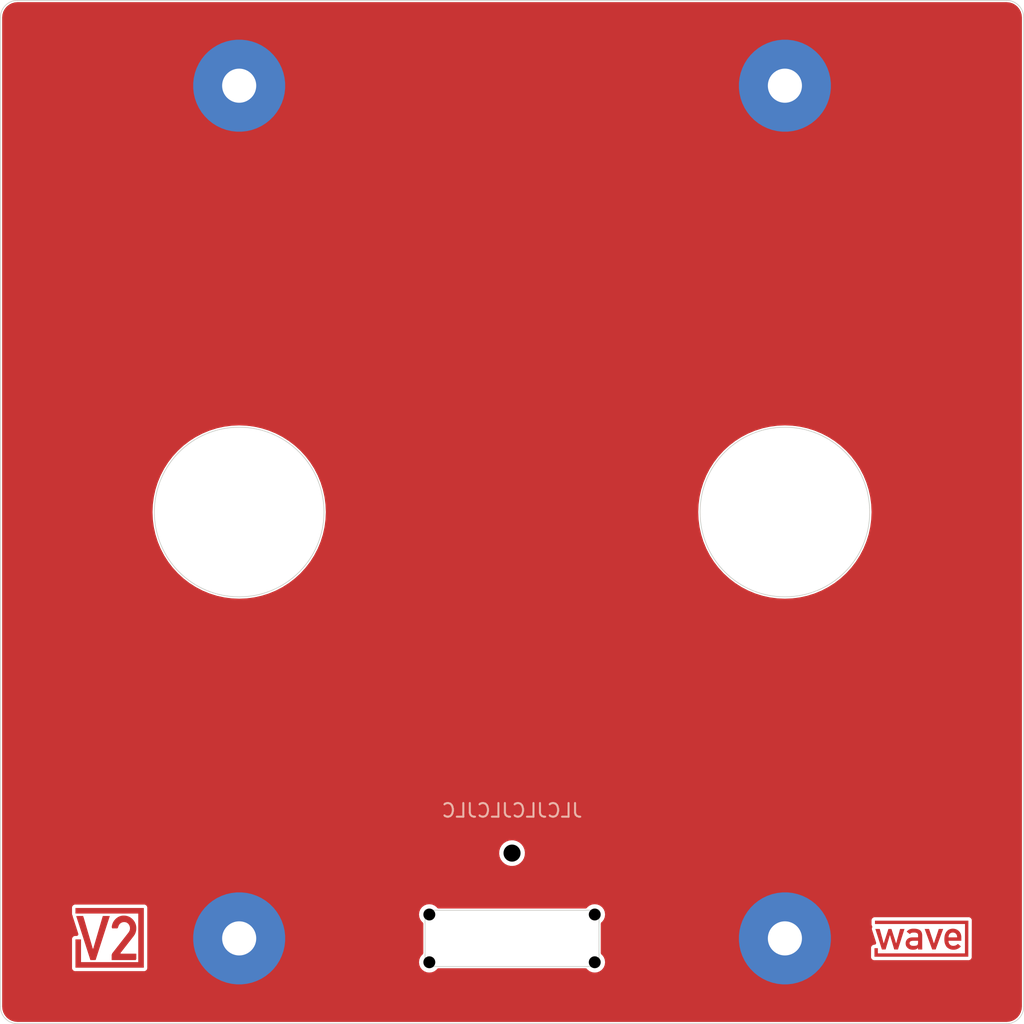
<source format=kicad_pcb>
(kicad_pcb (version 20221018) (generator pcbnew)
  (layers (0 "F.Cu" signal "Front") (31 "B.Cu" signal "Back") (34 "B.Paste" user) (35 "F.Paste" user) (36 "B.SilkS" user "B.Silkscreen") (37 "F.SilkS" user "F.Silkscreen") (38 "B.Mask" user) (39 "F.Mask" user) (44 "Edge.Cuts" user))
  (property "Order-Number" "JLCJLCJLCJLC")
  (net 0 "")
  (net 1 "GND")
  (footprint "V2_Mechanical:Mounting_Hole_2mm_Pad_5.2mm" (layer "F.Cu") (at 163 110)
    (fp_text reference "H101" hide)
    (fp_text value "MountingHole_2mm_Pad_5.2mm" hide)
    (pad "1" thru_hole custom (at 0 0) (size 5.4 5.4) (drill 2) (layers "*.Cu" "*.Mask") (net 1 "GND") (options (clearance outline) (anchor circle)) (primitives (gr_bbox (start -0.75 -0.75) (end 0.75 0.75) (width 0.000001) (fill none))))
  )
  (footprint "V2_Artwork:Board_wave_Small" (layer "F.Cu") (at 171 110)
    (fp_text reference "ICON101" hide)
    (fp_text value "Board_wave" hide)
    (fp_poly (pts (xy 0.736027 0.290506) (xy 0.740525 0.290506) (xy 1.0231 -0.554838) (xy 1.281333 -0.554838) (xy 0.838156 0.651927) (xy 0.638131 0.651927) (xy 0.195219 -0.554838) (xy 0.452129 -0.554838)) (fill solid) (layer "F.Cu"))
    (fp_poly (pts (xy 2.754533 1.077113) (xy -2.747477 1.077113) (xy -2.747477 0.574669) (xy -2.54904 0.574669) (xy -2.54904 0.878675) (xy 2.55636 0.878675) (xy 2.5598 -0.840588) (xy -2.719166 -0.840588) (xy -2.719166 -1.039025) (xy 2.758767 -1.039025)) (fill solid) (layer "F.Cu"))
    (fp_poly (pts (xy -2.207992 0.290506) (xy -2.203494 0.290506) (xy -1.929121 -0.554838) (xy -1.753437 -0.554838) (xy -1.479065 0.290506) (xy -1.474302 0.290506) (xy -1.244115 -0.554838) (xy -0.987204 -0.554838) (xy -1.372173 0.651927) (xy -1.587279 0.651927) (xy -1.839427 -0.193152) (xy -1.844189 -0.193152) (xy -2.096602 0.651927) (xy -2.310385 0.651927) (xy -2.696412 -0.554838) (xy -2.439502 -0.554838)) (fill solid) (layer "F.Cu"))
    (fp_poly (pts (xy 1.87314 -0.569109) (xy 1.898242 -0.567277) (xy 1.922846 -0.56442) (xy 1.946954 -0.560538) (xy 1.970564 -0.555632) (xy 1.993676 -0.549701) (xy 2.01629 -0.542745) (xy 2.038405 -0.534762) (xy 2.060021 -0.525753) (xy 2.081137 -0.515718) (xy 2.101753 -0.504655) (xy 2.121869 -0.492565) (xy 2.141484 -0.479447) (xy 2.160598 -0.465301) (xy 2.17921 -0.450127) (xy 2.197321 -0.433923) (xy 2.214966 -0.41651) (xy 2.231489 -0.398302) (xy 2.246891 -0.379299) (xy 2.261172 -0.359501) (xy 2.274332 -0.338905) (xy 2.286371 -0.317511) (xy 2.29729 -0.29532) (xy 2.307089 -0.272329) (xy 2.31577 -0.248538) (xy 2.323331 -0.223946) (xy 2.329773 -0.198553) (xy 2.335098 -0.172358) (xy 2.339305 -0.145359) (xy 2.342394 -0.117557) (xy 2.344367 -0.08895) (xy 2.345223 -0.059538) (xy 2.345223 0.140488) (xy 1.592747 0.140488) (xy 1.593075 0.158372) (xy 1.594061 0.175711) (xy 1.595703 0.192505) (xy 1.598001 0.208754) (xy 1.600955 0.224459) (xy 1.604564 0.239621) (xy 1.608829 0.254239) (xy 1.613748 0.268314) (xy 1.619321 0.281847) (xy 1.625548 0.294837) (xy 1.632429 0.307286) (xy 1.639962 0.319193) (xy 1.648148 0.330559) (xy 1.656987 0.341384) (xy 1.666478 0.351669) (xy 1.67662 0.361415) (xy 1.686535 0.370691) (xy 1.696835 0.379373) (xy 1.707518 0.387458) (xy 1.718585 0.394946) (xy 1.730035 0.401838) (xy 1.741867 0.408133) (xy 1.754081 0.413829) (xy 1.766677 0.418928) (xy 1.779655 0.423429) (xy 1.793013 0.42733) (xy 1.806752 0.430633) (xy 1.820871 0.433336) (xy 1.83537 0.435439) (xy 1.850249 0.436941) (xy 1.865506 0.437843) (xy 1.881143 0.438144) (xy 1.899476 0.437685) (xy 1.917568 0.436308) (xy 1.935417 0.434014) (xy 1.953022 0.430802) (xy 1.970385 0.426672) (xy 1.987504 0.421624) (xy 2.004378 0.415658) (xy 2.021008 0.408775) (xy 2.037393 0.400974) (xy 2.053532 0.392255) (xy 2.069426 0.382618) (xy 2.085074 0.372064) (xy 2.100475 0.360592) (xy 2.11563 0.348202) (xy 2.130537 0.334894) (xy 2.145196 0.320669) (xy 2.320615 0.470687) (xy 2.297246 0.494612) (xy 2.273374 0.516973) (xy 2.248998 0.537772) (xy 2.224117 0.557008) (xy 2.198731 0.574681) (xy 2.172838 0.590792) (xy 2.146439 0.60534) (xy 2.119532 0.618325) (xy 2.092116 0.629748) (xy 2.064192 0.639607) (xy 2.035757 0.647905) (xy 2.006811 0.654639) (xy 1.977354 0.659811) (xy 1.947384 0.66342) (xy 1.916902 0.665466) (xy 1.885905 0.66595) (xy 1.862155 0.665516) (xy 1.838536 0.664214) (xy 1.815054 0.662043) (xy 1.791713 0.659005) (xy 1.768522 0.655098) (xy 1.745486 0.650323) (xy 1.722611 0.64468) (xy 1.699903 0.638169) (xy 1.688542 0.634226) (xy 1.677277 0.629942) (xy 1.666105 0.625323) (xy 1.655023 0.620376) (xy 1.644028 0.615106) (xy 1.633116 0.609519) (xy 1.622286 0.603623) (xy 1.611532 0.597423) (xy 1.600221 0.591705) (xy 1.589109 0.585666) (xy 1.578195 0.579303) (xy 1.567479 0.572618) (xy 1.556962 0.565611) (xy 1.546644 0.558281) (xy 1.536523 0.550629) (xy 1.526601 0.542654) (xy 1.517095 0.534013) (xy 1.507823 0.524956) (xy 1.498786 0.515482) (xy 1.489981 0.505592) (xy 1.48141 0.495285) (xy 1.47307 0.48456) (xy 1.464961 0.473418) (xy 1.457082 0.461857) (xy 1.449433 0.449878) (xy 1.442012 0.43748) (xy 1.43482 0.424662) (xy 1.427854 0.411425) (xy 1.421115 0.397768) (xy 1.414601 0.38369) (xy 1.408312 0.369191) (xy 1.402247 0.354271) (xy 1.395904 0.339466) (xy 1.389969 0.32412) (xy 1.384444 0.308233) (xy 1.379328 0.291804) (xy 1.374621 0.274833) (xy 1.370324 0.257319) (xy 1.366436 0.23926) (xy 1.362957 0.220656) (xy 1.359887 0.201507) (xy 1.357227 0.181811) (xy 1.354976 0.161568) (xy 1.353134 0.140777) (xy 1.350678 0.097548) (xy 1.34986 0.052117) (xy 1.350037 0.029979) (xy 1.350567 0.008312) (xy 1.35145 -0.012884) (xy 1.352688 -0.033608) (xy 1.354278 -0.053861) (xy 1.354836 -0.059538) (xy 1.592748 -0.059538) (xy 2.10207 -0.059538) (xy 2.101218 -0.076879) (xy 2.09985 -0.093681) (xy 2.097967 -0.109944) (xy 2.095568 -0.125667) (xy 2.092652 -0.14085) (xy 2.08922 -0.155494) (xy 2.085271 -0.169599) (xy 2.080805 -0.183164) (xy 2.07582 -0.19619) (xy 2.070318 -0.208676) (xy 2.064297 -0.220622) (xy 2.057757 -0.232029) (xy 2.050698 -0.242897) (xy 2.043119 -0.253225) (xy 2.035019 -0.263013) (xy 2.0264 -0.272263) (xy 2.01756 -0.280578) (xy 2.008405 -0.28836) (xy 1.998935 -0.295608) (xy 1.989151 -0.302322) (xy 1.979054 -0.3085) (xy 1.968645 -0.314144) (xy 1.957924 -0.319251) (xy 1.946892 -0.323823) (xy 1.93555 -0.327859) (xy 1.923899 -0.331357) (xy 1.91194 -0.334318) (xy 1.899672 -0.336742) (xy 1.887098 -0.338628) (xy 1.874218 -0.339976) (xy 1.861032 -0.340784) (xy 1.847541 -0.341054) (xy 1.834007 -0.340784) (xy 1.820788 -0.339976) (xy 1.807884 -0.338628) (xy 1.795294 -0.336742) (xy 1.783017 -0.334318) (xy 1.771053 -0.331357) (xy 1.7594 -0.327859) (xy 1.748058 -0.323823) (xy 1.737026 -0.319251) (xy 1.726303 -0.314144) (xy 1.715889 -0.3085) (xy 1.705782 -0.302322) (xy 1.695983 -0.295608) (xy 1.68649 -0.28836) (xy 1.677302 -0.280578) (xy 1.668418 -0.272263) (xy 1.660078 -0.263013) (xy 1.652221 -0.253225) (xy 1.644846 -0.242897) (xy 1.637954 -0.232029) (xy 1.631545 -0.220622) (xy 1.625617 -0.208676) (xy 1.62017 -0.19619) (xy 1.615204 -0.183164) (xy 1.610719 -0.169599) (xy 1.606714 -0.155494) (xy 1.603189 -0.14085) (xy 1.600144 -0.125667) (xy 1.597577 -0.109944) (xy 1.595489 -0.093681) (xy 1.593879 -0.076879) (xy 1.592748 -0.059538) (xy 1.354836 -0.059538) (xy 1.356222 -0.073643) (xy 1.35852 -0.092954) (xy 1.361171 -0.111793) (xy 1.364175 -0.130161) (xy 1.367533 -0.148057) (xy 1.371245 -0.165482) (xy 1.375309 -0.182436) (xy 1.379728 -0.198919) (xy 1.3845 -0.214931) (xy 1.389625 -0.230471) (xy 1.395104 -0.24554) (xy 1.400905 -0.260469) (xy 1.406899 -0.274996) (xy 1.413087 -0.28912) (xy 1.41947 -0.302843) (xy 1.426048 -0.316163) (xy 1.432822 -0.329083) (xy 1.439793 -0.341602) (xy 1.446962 -0.353721) (xy 1.454329 -0.36544) (xy 1.461895 -0.376759) (xy 1.469662 -0.387679) (xy 1.477629 -0.3982) (xy 1.485798 -0.408323) (xy 1.494169 -0.418047) (xy 1.502743 -0.427374) (xy 1.51152 -0.436304) (xy 1.520571 -0.445026) (xy 1.529764 -0.453433) (xy 1.539098 -0.461526) (xy 1.548574 -0.469307) (xy 1.558191 -0.476775) (xy 1.567949 -0.483934) (xy 1.577847 -0.490783) (xy 1.587886 -0.497324) (xy 1.598063 -0.503558) (xy 1.60838 -0.509486) (xy 1.618835 -0.515109) (xy 1.629429 -0.520429) (xy 1.640161 -0.525447) (xy 1.651031 -0.530164) (xy 1.662037 -0.53458) (xy 1.673181 -0.538698) (xy 1.695182 -0.546041) (xy 1.706163 -0.549341) (xy 1.717131 -0.552394) (xy 1.728084 -0.555201) (xy 1.739023 -0.557762) (xy 1.749948 -0.560077) (xy 1.760857 -0.562147) (xy 1.771751 -0.563971) (xy 1.782629 -0.565552) (xy 1.793491 -0.566888) (xy 1.804336 -0.56798) (xy 1.815164 -0.568829) (xy 1.825974 -0.569435) (xy 1.836767 -0.569798) (xy 1.847541 -0.569919)) (fill solid) (layer "F.Cu"))
    (fp_poly (pts (xy -0.421981 -0.569863) (xy -0.394575 -0.5691) (xy -0.367884 -0.567629) (xy -0.341906 -0.56545) (xy -0.316643 -0.562562) (xy -0.292096 -0.558966) (xy -0.268264 -0.55466) (xy -0.245147 -0.549645) (xy -0.222747 -0.54392) (xy -0.201064 -0.537484) (xy -0.180097 -0.530338) (xy -0.159848 -0.52248) (xy -0.140317 -0.513911) (xy -0.121504 -0.504629) (xy -0.103409 -0.494636) (xy -0.086033 -0.483929) (xy -0.069585 -0.472107) (xy -0.054173 -0.459262) (xy -0.039798 -0.445394) (xy -0.026461 -0.430504) (xy -0.014162 -0.414593) (xy -0.002904 -0.39766) (xy 0.007315 -0.379707) (xy 0.016493 -0.360733) (xy 0.024629 -0.340739) (xy 0.031722 -0.319725) (xy 0.037772 -0.297692) (xy 0.042777 -0.27464) (xy 0.046738 -0.250569) (xy 0.049653 -0.22548) (xy 0.051522 -0.199374) (xy 0.052344 -0.17225) (xy 0.052344 0.651927) (xy -0.190808 0.651927) (xy -0.190808 0.545035) (xy -0.195306 0.545035) (xy -0.199669 0.552601) (xy -0.204323 0.559917) (xy -0.209268 0.566984) (xy -0.214505 0.5738) (xy -0.220034 0.580366) (xy -0.225853 0.586679) (xy -0.231965 0.59274) (xy -0.238367 0.598547) (xy -0.245061 0.6041) (xy -0.252047 0.609398) (xy -0.259324 0.614441) (xy -0.266893 0.619226) (xy -0.274753 0.623754) (xy -0.282904 0.628025) (xy -0.291347 0.632036) (xy -0.300081 0.635787) (xy -0.30902 0.63944) (xy -0.318375 0.642857) (xy -0.328145 0.646038) (xy -0.33833 0.648983) (xy -0.348931 0.651693) (xy -0.359947 0.654168) (xy -0.371379 0.656406) (xy -0.383227 0.658409) (xy -0.408168 0.661708) (xy -0.434771 0.664065) (xy -0.463036 0.665479) (xy -0.492963 0.66595) (xy -0.5179 0.665255) (xy -0.542113 0.663766) (xy -0.565598 0.661482) (xy -0.588357 0.658401) (xy -0.610389 0.654524) (xy -0.631694 0.649849) (xy -0.65227 0.644375) (xy -0.672119 0.638102) (xy -0.691238 0.63103) (xy -0.709629 0.623157) (xy -0.72729 0.614482) (xy -0.744222 0.605005) (xy -0.760423 0.594725) (xy -0.775894 0.583641) (xy -0.790633 0.571752) (xy -0.804642 0.559058) (xy -0.818579 0.546036) (xy -0.831617 0.532567) (xy -0.843756 0.518653) (xy -0.854995 0.504294) (xy -0.865336 0.489489) (xy -0.874777 0.47424) (xy -0.883319 0.458547) (xy -0.890962 0.44241) (xy -0.897706 0.42583) (xy -0.90355 0.408807) (xy -0.908496 0.391341) (xy -0.912542 0.373432) (xy -0.915689 0.355082) (xy -0.917937 0.336291) (xy -0.919286 0.317059) (xy -0.919735 0.297385) (xy -0.919494 0.285744) (xy -0.690871 0.285744) (xy -0.690657 0.293362) (xy -0.690015 0.300837) (xy -0.688945 0.30817) (xy -0.687448 0.31536) (xy -0.685522 0.322408) (xy -0.683169 0.329313) (xy -0.680388 0.336075) (xy -0.677179 0.342695) (xy -0.673542 0.349172) (xy -0.669477 0.355507) (xy -0.664984 0.361699) (xy -0.660063 0.367748) (xy -0.654715 0.373655) (xy -0.648938 0.379419) (xy -0.642734 0.38504) (xy -0.636102 0.390519) (xy -0.629287 0.396286) (xy -0.621938 0.401681) (xy -0.614055 0.406704) (xy -0.605638 0.411355) (xy -0.596685 0.415633) (xy -0.587198 0.41954) (xy -0.577175 0.423075) (xy -0.566616 0.426237) (xy -0.55552 0.429028) (xy -0.543888 0.431446) (xy -0.531719 0.433493) (xy -0.519012 0.435167) (xy -0.505767 0.436469) (xy -0.491983 0.437399) (xy -0.477661 0.437958) (xy -0.4628 0.438144) (xy -0.4441 0.43828) (xy -0.426101 0.438095) (xy -0.408803 0.437589) (xy -0.392206 0.436763) (xy -0.376309 0.435617) (xy -0.361113 0.434153) (xy -0.346618 0.432371) (xy -0.332823 0.430272) (xy -0.31973 0.427857) (xy -0.307337 0.425126) (xy -0.295644 0.422081) (xy -0.284653 0.418722) (xy -0.274362 0.415049) (xy -0.264772 0.411064) (xy -0.255882 0.406768) (xy -0.247694 0.40216) (xy -0.24082 0.396967) (xy -0.234386 0.391011) (xy -0.228394 0.384292) (xy -0.222843 0.37681) (xy -0.217735 0.368565) (xy -0.213068 0.359558) (xy -0.208844 0.349788) (xy -0.205063 0.339256) (xy -0.201725 0.32796) (xy -0.198831 0.315902) (xy -0.196381 0.303081) (xy -0.194376 0.289497) (xy -0.192816 0.275151) (xy -0.191701 0.260042) (xy -0.191031 0.24417) (xy -0.190808 0.227535) (xy -0.190808 0.140488) (xy -0.481585 0.140488) (xy -0.50719 0.141613) (xy -0.519365 0.142573) (xy -0.531121 0.143799) (xy -0.542459 0.145289) (xy -0.55338 0.147045) (xy -0.563882 0.149066) (xy -0.573966 0.151352) (xy -0.583633 0.153903) (xy -0.592881 0.156719) (xy -0.601713 0.1598) (xy -0.610126 0.163147) (xy -0.618122 0.166758) (xy -0.625701 0.170634) (xy -0.632863 0.174776) (xy -0.639608 0.179183) (xy -0.645935 0.183855) (xy -0.651846 0.188791) (xy -0.65734 0.193993) (xy -0.662417 0.199461) (xy -0.667077 0.205193) (xy -0.671321 0.21119) (xy -0.675148 0.217452) (xy -0.678559 0.22398) (xy -0.681554 0.230773) (xy -0.684133 0.23783) (xy -0.686295 0.245153) (xy -0.688042 0.252741) (xy -0.689373 0.260594) (xy -0.690288 0.268712) (xy -0.690787 0.277095) (xy -0.690871 0.285744) (xy -0.919494 0.285744) (xy -0.919345 0.27854) (xy -0.918173 0.260104) (xy -0.916219 0.242077) (xy -0.913485 0.22446) (xy -0.909969 0.207251) (xy -0.905671 0.190452) (xy -0.900592 0.174063) (xy -0.894732 0.158082) (xy -0.888091 0.142511) (xy -0.880668 0.127349) (xy -0.872464 0.112597) (xy -0.863478 0.098253) (xy -0.853712 0.084319) (xy -0.843163 0.070795) (xy -0.831834 0.057679) (xy -0.819723 0.044973) (xy -0.806859 0.032611) (xy -0.793269 0.021024) (xy -0.778953 0.010214) (xy -0.763912 0.00018) (xy -0.748146 -0.009078) (xy -0.731654 -0.017558) (xy -0.714436 -0.025261) (xy -0.696493 -0.032186) (xy -0.677825 -0.038333) (xy -0.658431 -0.043701) (xy -0.638311 -0.048291) (xy -0.617466 -0.0521) (xy -0.595895 -0.05513) (xy -0.573598 -0.05738) (xy -0.550577 -0.058849) (xy -0.526829 -0.059538) (xy -0.190808 -0.059538) (xy -0.190808 -0.186273) (xy -0.190906 -0.19606) (xy -0.191497 -0.205528) (xy -0.19258 -0.214676) (xy -0.194157 -0.223505) (xy -0.196226 -0.232014) (xy -0.198789 -0.240205) (xy -0.201845 -0.248075) (xy -0.205393 -0.255627) (xy -0.209435 -0.262859) (xy -0.21397 -0.269772) (xy -0.218997 -0.276365) (xy -0.224518 -0.282639) (xy -0.230531 -0.288594) (xy -0.237038 -0.294229) (xy -0.244038 -0.299545) (xy -0.25153 -0.304542) (xy -0.259516 -0.309219) (xy -0.267994 -0.313577) (xy -0.28643 -0.321335) (xy -0.306838 -0.327815) (xy -0.329219 -0.333018) (xy -0.353571 -0.336943) (xy -0.379895 -0.339591) (xy -0.40819 -0.340961) (xy -0.438458 -0.341054) (xy -0.460496 -0.340757) (xy -0.481358 -0.339868) (xy -0.491346 -0.339202) (xy -0.501036 -0.338389) (xy -0.510428 -0.33743) (xy -0.51952 -0.336325) (xy -0.528312 -0.335074) (xy -0.536801 -0.333677) (xy -0.544988 -0.332136) (xy -0.55287 -0.33045) (xy -0.560447 -0.32862) (xy -0.567717 -0.326646) (xy -0.57468 -0.324529) (xy -0.581333 -0.322269) (xy -0.588089 -0.319419) (xy -0.594665 -0.316329) (xy -0.601061 -0.312997) (xy -0.607275 -0.309424) (xy -0.613308 -0.305611) (xy -0.619159 -0.301558) (xy -0.624828 -0.297266) (xy -0.630314 -0.292735) (xy -0.635618 -0.287965) (xy -0.640738 -0.282956) (xy -0.645675 -0.277709) (xy -0.650427 -0.272225) (xy -0.654995 -0.266504) (xy -0.659378 -0.260546) (xy -0.663575 -0.254351) (xy -0.667587 -0.247921) (xy -0.858088 -0.393177) (xy -0.840309 -0.415123) (xy -0.821501 -0.435618) (xy -0.801663 -0.45466) (xy -0.780796 -0.47225) (xy -0.7589 -0.488388) (xy -0.735974 -0.503073) (xy -0.712019 -0.516304) (xy -0.687035 -0.528082) (xy -0.661021 -0.538405) (xy -0.633977 -0.547274) (xy -0.605905 -0.554688) (xy -0.576803 -0.560646) (xy -0.546671 -0.565149) (xy -0.51551 -0.568195) (xy -0.48332 -0.569786) (xy -0.4501 -0.569919)) (fill solid) (layer "F.Cu"))
    (zone (net 0) (net_name "") (layer "F.Cu") (connect_pads (clearance 0)) (min_thickness 0.254)
      (keepout (tracks not_allowed) (vias not_allowed) (pads not_allowed) (copperpour not_allowed) (footprints not_allowed))
      (fill (thermal_gap 0.508) (thermal_bridge_width 0.508))
      (polygon (pts (xy 173.851053 111.165267) (xy 168.151053 111.165267) (xy 168.15 110.45) (xy 168.4 110.45) (xy 168.15 109.45) (xy 168.150634 108.862093) (xy 173.850634 108.863968)))
    )
  )
  (footprint "V2_Mechanical:MountingHole_10mm" (layer "F.Cu") (at 131 85)
    (fp_text reference "H108" hide)
    (fp_text value "MountingHole_10mm" hide)
    (fp_circle (center 0 0) (end 4.975 0) (stroke (width 0.05)) (fill none) (layer "Edge.Cuts"))
  )
  (footprint "V2_Artwork:Logo_Small" (layer "F.Cu") (at 123.5 110)
    (fp_text reference "ICON102" hide)
    (fp_text value "V2-logo" hide)
    (fp_poly (pts (xy 1.91 1.7195) (xy -2.1005 1.7195) (xy -2.1005 0.0585) (xy -1.773 0.0585) (xy -1.773 1.392) (xy 1.5825 1.392) (xy 1.5825 -1.4555) (xy -2.1005 -1.4555) (xy -2.1005 -1.783) (xy 1.91 -1.783)) (fill solid) (layer "F.Cu"))
    (fp_poly (pts (xy -1.617677 -1.221322) (xy -1.084635 0.601822) (xy -1.059048 0.604213) (xy -0.526231 -1.218162) (xy -0.494416 -1.314387) (xy -0.190339 -1.314387) (xy -0.085353 -1.31286) (xy -0.918222 1.270316) (xy -1.019731 1.273487) (xy -1.223737 1.273487) (xy -2.056569 -1.309583) (xy -1.95594 -1.314387) (xy -1.651908 -1.314387)) (fill solid) (layer "F.Cu"))
    (fp_poly (pts (xy 0.862421 -1.32688) (xy 0.960344 -1.303887) (xy 1.053932 -1.266924) (xy 1.140943 -1.216397) (xy 1.219701 -1.153847) (xy 1.289786 -1.081749) (xy 1.350542 -1.001625) (xy 1.399768 -0.913898) (xy 1.435918 -0.820016) (xy 1.458468 -0.722) (xy 1.467956 -0.621911) (xy 1.465544 -0.521418) (xy 1.450928 -0.421932) (xy 1.422941 -0.325314) (xy 1.381219 -0.233761) (xy 1.32667 -0.149382) (xy 0.531352 0.87181) (xy 0.569453 0.895459) (xy 1.36796 0.895459) (xy 1.468453 0.900054) (xy 1.468453 1.206089) (xy 1.430088 1.273471) (xy 0.0225 1.273487) (xy 0.0225 0.967661) (xy 0.055771 0.877369) (xy 0.979104 -0.30523) (xy 1.038253 -0.385132) (xy 1.080844 -0.473929) (xy 1.098164 -0.570885) (xy 1.091767 -0.669077) (xy 1.059415 -0.761986) (xy 1.005396 -0.844371) (xy 0.93265 -0.91011) (xy 0.842392 -0.947991) (xy 0.744555 -0.957379) (xy 0.647511 -0.941672) (xy 0.558941 -0.899254) (xy 0.485254 -0.834228) (xy 0.432401 -0.751364) (xy 0.402317 -0.656406) (xy 0.361353 -0.584278) (xy 0.055147 -0.584278) (xy 0.02538 -0.657535) (xy 0.039764 -0.758101) (xy 0.066781 -0.854983) (xy 0.107035 -0.947172) (xy 0.159906 -1.032748) (xy 0.223839 -1.110347) (xy 0.296655 -1.179682) (xy 0.377971 -1.238903) (xy 0.467163 -1.285515) (xy 0.562602 -1.317508) (xy 0.661819 -1.334283) (xy 0.76236 -1.336756)) (fill solid) (layer "F.Cu"))
    (zone (net 0) (net_name "") (layer "F.Cu") (connect_pads (clearance 0)) (min_thickness 0.254)
      (keepout (tracks not_allowed) (vias not_allowed) (pads not_allowed) (copperpour not_allowed) (footprints allowed))
      (fill (thermal_gap 0.508) (thermal_bridge_width 0.508))
      (polygon (pts (xy 121.2775 111.8415) (xy 125.532 111.8415) (xy 125.532 108.095) (xy 121.2775 108.095) (xy 121.2775 108.63475) (xy 121.70295 109.9365) (xy 121.2775 109.9365)))
    )
  )
  (footprint "V2_Mechanical:Mounting_Hole_2mm_Pad_5.2mm" (layer "F.Cu") (at 131 110)
    (fp_text reference "H104" hide)
    (fp_text value "MountingHole_2mm_Pad_5.2mm" hide)
    (pad "1" thru_hole custom (at 0 0) (size 5.4 5.4) (drill 2) (layers "*.Cu" "*.Mask") (net 1 "GND") (options (clearance outline) (anchor circle)) (primitives (gr_bbox (start -0.75 -0.75) (end 0.75 0.75) (width 0.000001) (fill none))))
  )
  (footprint "V2_Mechanical:MountingHole_1mm" (layer "F.Cu") (at 147 105)
    (fp_text reference "H105" hide)
    (fp_text value "MountingHole_1mm" hide)
    (pad "" np_thru_hole circle (at 0 0) (size 1 1) (drill 1) (layers "*.Mask"))
  )
  (footprint "V2_Mechanical:MountingHole_10mm" (layer "F.Cu") (at 163 85)
    (fp_text reference "H109" hide)
    (fp_text value "MountingHole_10mm" hide)
    (fp_circle (center 0 0) (end 4.975 0) (stroke (width 0.05)) (fill none) (layer "Edge.Cuts"))
  )
  (footprint "V2_PCB_Devices:PCB_Button-top" (layer "F.Cu") (at 147 110 90)
    (fp_text reference "SWT101" hide)
    (fp_text value "Button-top" hide)
    (fp_line (start -1.65 -5.1) (end 1.65 -5.1) (stroke (width 0.05)) (layer "Edge.Cuts"))
    (fp_line (start -1.65 5.1) (end -1.65 -5.1) (stroke (width 0.05)) (layer "Edge.Cuts"))
    (fp_line (start 1.65 -5.1) (end 1.65 5.1) (stroke (width 0.05)) (layer "Edge.Cuts"))
    (fp_line (start 1.65 5.1) (end -1.65 5.1) (stroke (width 0.05)) (layer "Edge.Cuts"))
    (pad "" np_thru_hole circle (at -1.4 -4.85 90) (size 0.7 0.7) (drill 0.7) (layers "*.Mask"))
    (pad "" np_thru_hole circle (at -1.4 4.85 90) (size 0.7 0.7) (drill 0.7) (layers "*.Mask"))
    (pad "" np_thru_hole circle (at 1.4 -4.85 90) (size 0.7 0.7) (drill 0.7) (layers "*.Mask"))
    (pad "" np_thru_hole circle (at 1.4 4.85 90) (size 0.7 0.7) (drill 0.7) (layers "*.Mask"))
  )
  (footprint "V2_Mechanical:Mounting_Hole_2mm_Pad_5.2mm" (layer "F.Cu") (at 163 60)
    (fp_text reference "H102" hide)
    (fp_text value "MountingHole_2mm_Pad_5.2mm" hide)
    (pad "1" thru_hole custom (at 0 0) (size 5.4 5.4) (drill 2) (layers "*.Cu" "*.Mask") (net 1 "GND") (options (clearance outline) (anchor circle)) (primitives (gr_bbox (start -0.75 -0.75) (end 0.75 0.75) (width 0.000001) (fill none))))
  )
  (footprint "V2_Mechanical:Mounting_Hole_2mm_Pad_5.2mm" (layer "F.Cu") (at 131 60)
    (fp_text reference "H103" hide)
    (fp_text value "MountingHole_2mm_Pad_5.2mm" hide)
    (pad "1" thru_hole custom (at 0 0) (size 5.4 5.4) (drill 2) (layers "*.Cu" "*.Mask") (net 1 "GND") (options (clearance outline) (anchor circle)) (primitives (gr_bbox (start -0.75 -0.75) (end 0.75 0.75) (width 0.000001) (fill none))))
  )
  (footprint "V2_Production:Order_Number" (layer "B.Cu") (at 147 102.5 180)
    (fp_text reference "INFO101" hide)
    (fp_text value "ORDER-NUMBER" hide)
    (fp_text user "${Order-Number}" (at 0 0 unlocked) (layer "B.SilkS") (effects (font (size 0.8 0.8) (thickness 0.12)) (justify mirror)))
  )
  (gr_line (start 117 56) (end 117 114) (stroke (width 0.05)) (layer "Edge.Cuts"))
  (gr_line (start 118 55) (end 176 55) (stroke (width 0.05)) (layer "Edge.Cuts"))
  (gr_line (start 177 56) (end 177 114) (stroke (width 0.05)) (layer "Edge.Cuts"))
  (gr_arc (start 118 115) (mid 117.292893 114.707107) (end 117 114) (stroke (width 0.05)) (layer "Edge.Cuts"))
  (gr_arc (start 177 114) (mid 176.707107 114.707107) (end 176 115) (stroke (width 0.05)) (layer "Edge.Cuts"))
  (gr_arc (start 117 56) (mid 117.292893 55.292893) (end 118 55) (stroke (width 0.05)) (layer "Edge.Cuts"))
  (gr_arc (start 176 55) (mid 176.707107 55.292893) (end 177 56) (stroke (width 0.05)) (layer "Edge.Cuts"))
  (gr_line (start 118 115) (end 176 115) (stroke (width 0.05)) (layer "Edge.Cuts"))
  (zone (net 1) (net_name "GND") (layer "F.Cu") (priority 1) (connect_pads yes (clearance 0.2)) (min_thickness 0.2) (fill yes (thermal_gap 0.508) (thermal_bridge_width 0.508))
    (polygon (pts (xy 177.005454 115) (xy 117 115) (xy 117 55) (xy 177.005454 55)))
  )
)
</source>
